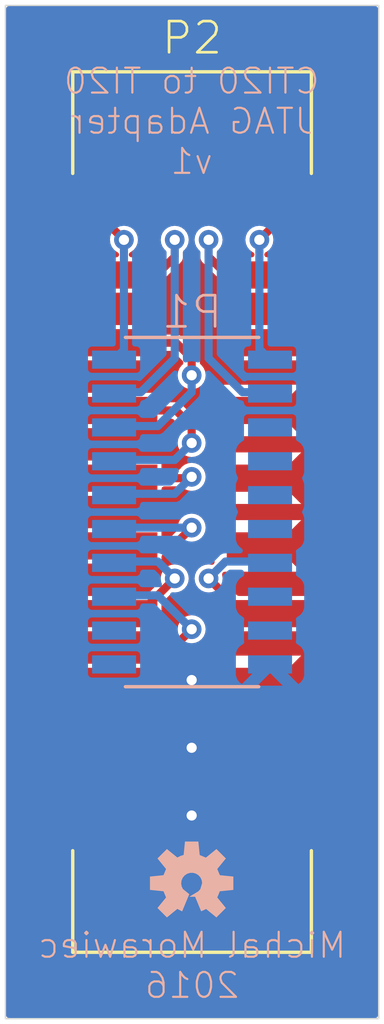
<source format=kicad_pcb>
(kicad_pcb (version 20221018) (generator pcbnew)
  (layers (0 "F.Cu" signal) (31 "B.Cu" signal) (34 "B.Paste" user) (35 "F.Paste" user) (36 "B.SilkS" user "B.Silkscreen") (37 "F.SilkS" user "F.Silkscreen") (38 "B.Mask" user) (39 "F.Mask" user) (44 "Edge.Cuts" user))
  (net 0 "")
  (net 1 "TMS")
  (net 2 "TDI")
  (net 3 "VDD")
  (net 4 "TDO")
  (net 5 "RTCK")
  (net 6 "TCK")
  (net 7 "EMU0")
  (net 8 "SRST_N")
  (net 9 "TRST_N")
  (net 10 "DIS")
  (net 11 "GND")
  (net 12 "EMU1")
  (footprint "BBB_JTAG_CTI20_SMT_TI20_SMT:T821M120A1S100CEU-B" (layer "F.Cu") (at 148.5011 105.0036 -90)
    (fp_text reference "P2" (at -17.78 0) (layer "F.SilkS") (effects (font (size 1.1684 1.1684) (thickness 0.1016))))
    (fp_text value "TI20 JTAG")
    (fp_line (start -16.51 -4.475) (end -12.7 -4.475) (stroke (width 0.127)) (layer "F.SilkS"))
    (fp_line (start -16.51 4.475) (end -16.51 -4.475) (stroke (width 0.127)) (layer "F.SilkS"))
    (fp_line (start -12.7 4.475) (end -16.51 4.475) (stroke (width 0.127)) (layer "F.SilkS"))
    (fp_line (start 12.7 -4.475) (end 16.51 -4.475) (stroke (width 0.127)) (layer "F.SilkS"))
    (fp_line (start 16.51 -4.475) (end 16.51 4.475) (stroke (width 0.127)) (layer "F.SilkS"))
    (fp_line (start 16.51 4.475) (end 12.7 4.475) (stroke (width 0.127)) (layer "F.SilkS"))
    (pad "1" smd rect (at -11.43 3.45 270) (size 1.02 4.3) (layers "F.Cu" "F.Paste" "F.Mask") (net 1 "TMS"))
    (pad "2" smd rect (at -11.43 -3.45 270) (size 1.02 4.3) (layers "F.Cu" "F.Paste" "F.Mask") (net 9 "TRST_N"))
    (pad "3" smd rect (at -8.89 3.45 270) (size 1.02 4.3) (layers "F.Cu" "F.Paste" "F.Mask") (net 2 "TDI"))
    (pad "4" smd rect (at -8.89 -3.45 270) (size 1.02 4.3) (layers "F.Cu" "F.Paste" "F.Mask") (net 10 "DIS"))
    (pad "5" smd rect (at -6.35 3.45 270) (size 1.02 4.3) (layers "F.Cu" "F.Paste" "F.Mask") (net 3 "VDD"))
    (pad "6" smd rect (at -6.35 -3.45 270) (size 1.02 4.3) (layers "F.Cu" "F.Paste" "F.Mask"))
    (pad "7" smd rect (at -3.81 3.45 270) (size 1.02 4.3) (layers "F.Cu" "F.Paste" "F.Mask") (net 4 "TDO"))
    (pad "8" smd rect (at -3.81 -3.45 270) (size 1.02 4.3) (layers "F.Cu" "F.Paste" "F.Mask") (net 11 "GND"))
    (pad "9" smd rect (at -1.27 3.45 270) (size 1.02 4.3) (layers "F.Cu" "F.Paste" "F.Mask") (net 5 "RTCK"))
    (pad "10" smd rect (at -1.27 -3.45 270) (size 1.02 4.3) (layers "F.Cu" "F.Paste" "F.Mask") (net 11 "GND"))
    (pad "11" smd rect (at 1.27 3.45 270) (size 1.02 4.3) (layers "F.Cu" "F.Paste" "F.Mask") (net 6 "TCK"))
    (pad "12" smd rect (at 1.27 -3.45 270) (size 1.02 4.3) (layers "F.Cu" "F.Paste" "F.Mask") (net 11 "GND"))
    (pad "13" smd rect (at 3.81 3.45 270) (size 1.02 4.3) (layers "F.Cu" "F.Paste" "F.Mask") (net 7 "EMU0"))
    (pad "14" smd rect (at 3.81 -3.45 270) (size 1.02 4.3) (layers "F.Cu" "F.Paste" "F.Mask") (net 12 "EMU1"))
    (pad "15" smd rect (at 6.35 3.45 270) (size 1.02 4.3) (layers "F.Cu" "F.Paste" "F.Mask") (net 8 "SRST_N"))
    (pad "16" smd rect (at 6.35 -3.45 270) (size 1.02 4.3) (layers "F.Cu" "F.Paste" "F.Mask") (net 11 "GND"))
    (pad "17" smd rect (at 8.89 3.45 270) (size 1.02 4.3) (layers "F.Cu" "F.Paste" "F.Mask"))
    (pad "18" smd rect (at 8.89 -3.45 270) (size 1.02 4.3) (layers "F.Cu" "F.Paste" "F.Mask"))
    (pad "19" smd rect (at 11.43 3.45 270) (size 1.02 4.3) (layers "F.Cu" "F.Paste" "F.Mask"))
    (pad "20" smd rect (at 11.43 -3.45 270) (size 1.02 4.3) (layers "F.Cu" "F.Paste" "F.Mask") (net 11 "GND"))
  )
  (footprint "BBB_JTAG_CTI20_SMT_TI20_SMT:OSHW-LOGO-S" (layer "B.Cu") (at 148.4861 118.9236 180)
    (fp_text reference "LOGO1" hide)
    (fp_text value "OSHW-LOGOS" hide)
    (fp_poly (pts (xy 0.301646 1.06135) (xy 0.42347 1.022344) (xy 0.537176 0.963768) (xy 0.92862 1.282946) (xy 1.282946 0.92862) (xy 0.961034 0.533823) (xy 1.057045 0.302084) (xy 1.5638 0.250561) (xy 1.5638 -0.250561) (xy 1.057045 -0.302084) (xy 0.961034 -0.533823) (xy 1.282946 -0.92862) (xy 0.92862 -1.282946) (xy 0.537177 -0.963769) (xy 0.356601 -1.056794) (xy 0.088679 -0.410073) (xy 0.326262 -0.217599) (xy 0.373649 -0.121467) (xy 0.392728 -0.010339) (xy 0.379464 0.101633) (xy 0.334947 0.205228) (xy 0.262841 0.291917) (xy 0.169087 0.35456) (xy 0.061406 0.387998) (xy -0.051341 0.38948) (xy -0.159867 0.358881) (xy -0.255233 0.298724) (xy -0.329589 0.213961) (xy -0.376813 0.111569) (xy -0.392175 0.005766) (xy -0.322922 -0.222564) (xy -0.249312 -0.303772) (xy 0.091677 -0.5081) (xy -0.12929 -0.5081) (xy -0.355332 -1.053732) (xy -0.506597 -0.983577) (xy -0.538921 -0.965192) (xy -0.92862 -1.282946) (xy -1.282946 -0.92862) (xy -0.961034 -0.533823) (xy -1.057045 -0.302084) (xy -1.5638 -0.250561) (xy -1.5638 0.250561) (xy -1.057045 0.302084) (xy -0.961034 0.533823) (xy -1.282946 0.92862) (xy -0.92862 1.282946) (xy -0.533823 0.961034) (xy -0.302084 1.057045) (xy -0.250561 1.5638) (xy 0.250561 1.5638)) (fill solid) (layer "B.SilkS"))
  )
  (footprint "BBB_JTAG_CTI20_SMT_TI20_SMT:M52-5151045" (layer "B.Cu") (at 148.5011 105.0036 -90)
    (fp_text reference "P1" (at -7.5 0) (layer "B.SilkS") (effects (font (size 1.1684 1.1684) (thickness 0.1016)) (justify mirror)))
    (fp_text value "CTI20 JTAG")
    (fp_line (start -6.55 -2.5) (end -6.55 2.5) (stroke (width 0.127)) (layer "B.SilkS"))
    (fp_line (start 6.55 2.5) (end 6.55 -2.5) (stroke (width 0.127)) (layer "B.SilkS"))
    (pad "1" smd rect (at -5.715 2.925 270) (size 0.68 1.65) (layers "B.Cu" "B.Paste" "B.Mask") (net 1 "TMS"))
    (pad "2" smd rect (at -5.715 -2.925 270) (size 0.68 1.65) (layers "B.Cu" "B.Paste" "B.Mask") (net 9 "TRST_N"))
    (pad "3" smd rect (at -4.445 2.925 270) (size 0.68 1.65) (layers "B.Cu" "B.Paste" "B.Mask") (net 2 "TDI"))
    (pad "4" smd rect (at -4.445 -2.925 270) (size 0.68 1.65) (layers "B.Cu" "B.Paste" "B.Mask") (net 10 "DIS"))
    (pad "5" smd rect (at -3.175 2.925 270) (size 0.68 1.65) (layers "B.Cu" "B.Paste" "B.Mask") (net 3 "VDD"))
    (pad "6" smd rect (at -3.175 -2.925 270) (size 0.68 1.65) (layers "B.Cu" "B.Paste" "B.Mask"))
    (pad "7" smd rect (at -1.905 2.925 270) (size 0.68 1.65) (layers "B.Cu" "B.Paste" "B.Mask") (net 4 "TDO"))
    (pad "8" smd rect (at -1.905 -2.925 270) (size 0.68 1.65) (layers "B.Cu" "B.Paste" "B.Mask") (net 11 "GND"))
    (pad "9" smd rect (at -0.635 2.925 270) (size 0.68 1.65) (layers "B.Cu" "B.Paste" "B.Mask") (net 5 "RTCK"))
    (pad "10" smd rect (at -0.635 -2.925 270) (size 0.68 1.65) (layers "B.Cu" "B.Paste" "B.Mask") (net 11 "GND"))
    (pad "11" smd rect (at 0.635 2.925 270) (size 0.68 1.65) (layers "B.Cu" "B.Paste" "B.Mask") (net 6 "TCK"))
    (pad "12" smd rect (at 0.635 -2.925 270) (size 0.68 1.65) (layers "B.Cu" "B.Paste" "B.Mask") (net 11 "GND"))
    (pad "13" smd rect (at 1.905 2.925 270) (size 0.68 1.65) (layers "B.Cu" "B.Paste" "B.Mask") (net 7 "EMU0"))
    (pad "14" smd rect (at 1.905 -2.925 270) (size 0.68 1.65) (layers "B.Cu" "B.Paste" "B.Mask") (net 12 "EMU1"))
    (pad "15" smd rect (at 3.175 2.925 270) (size 0.68 1.65) (layers "B.Cu" "B.Paste" "B.Mask") (net 8 "SRST_N"))
    (pad "16" smd rect (at 3.175 -2.925 270) (size 0.68 1.65) (layers "B.Cu" "B.Paste" "B.Mask") (net 11 "GND"))
    (pad "17" smd rect (at 4.445 2.925 270) (size 0.68 1.65) (layers "B.Cu" "B.Paste" "B.Mask"))
    (pad "18" smd rect (at 4.445 -2.925 270) (size 0.68 1.65) (layers "B.Cu" "B.Paste" "B.Mask"))
    (pad "19" smd rect (at 5.715 2.925 270) (size 0.68 1.65) (layers "B.Cu" "B.Paste" "B.Mask"))
    (pad "20" smd rect (at 5.715 -2.925 270) (size 0.68 1.65) (layers "B.Cu" "B.Paste" "B.Mask") (net 11 "GND"))
  )
  (gr_line (start 141.5011 86.0036) (end 141.5011 124.0036) (stroke (width 0.05)) (layer "Edge.Cuts"))
  (gr_line (start 141.5011 124.0036) (end 155.5011 124.0036) (stroke (width 0.05)) (layer "Edge.Cuts"))
  (gr_line (start 155.5011 124.0036) (end 155.5011 86.0036) (stroke (width 0.05)) (layer "Edge.Cuts"))
  (gr_line (start 155.5011 86.0036) (end 141.5011 86.0036) (stroke (width 0.05)) (layer "Edge.Cuts"))
  (gr_text "Michal Morawiec\n2016" (at 148.5011 122.0036) (layer "B.SilkS") (effects (font (size 0.93472 0.93472) (thickness 0.08128)) (justify mirror)))
  (gr_text "CTI20 to TI20\nJTAG Adapter\nv1" (at 148.4861 90.3486) (layer "B.SilkS") (effects (font (size 0.93472 0.93472) (thickness 0.08128)) (justify mirror)))
  (segment (start 145.0511 93.8986) (end 145.9461 94.7936) (width 0.3048) (layer "F.Cu") (net 1))
  (segment (start 145.0511 93.5736) (end 145.0511 93.8986) (width 0.3048) (layer "F.Cu") (net 1))
  (via (at 145.9461 94.7936) (size 0.7366) (drill 0.381) (layers "F.Cu" "B.Cu") (net 1))
  (via (at 145.9461 94.7936) (size 0.7366) (drill 0.381) (layers "F.Cu" "B.Cu") (net 1))
  (segment (start 145.9461 98.9186) (end 145.5761 99.2886) (width 0.3048) (layer "B.Cu") (net 1))
  (segment (start 145.9461 94.7936) (end 145.9461 98.9186) (width 0.3048) (layer "B.Cu") (net 1))
  (segment (start 145.0511 96.1136) (end 147.1661 96.1136) (width 0.3048) (layer "F.Cu") (net 2))
  (segment (start 147.1661 96.1136) (end 147.8511 95.4286) (width 0.3048) (layer "F.Cu") (net 2))
  (segment (start 147.8511 95.4286) (end 147.8511 94.7936) (width 0.3048) (layer "F.Cu") (net 2))
  (via (at 147.8511 94.7936) (size 0.7366) (drill 0.381) (layers "F.Cu" "B.Cu") (net 2))
  (via (at 147.8511 94.7936) (size 0.7366) (drill 0.381) (layers "F.Cu" "B.Cu") (net 2))
  (segment (start 147.8511 94.7936) (end 147.8511 99.2386) (width 0.3048) (layer "B.Cu") (net 2))
  (segment (start 145.6261 100.5086) (end 145.5761 100.5586) (width 0.3048) (layer "B.Cu") (net 2))
  (segment (start 146.5811 100.5086) (end 145.6261 100.5086) (width 0.3048) (layer "B.Cu") (net 2))
  (segment (start 147.8511 99.2386) (end 146.5811 100.5086) (width 0.3048) (layer "B.Cu") (net 2))
  (segment (start 147.9011 98.6536) (end 148.4861 99.2386) (width 0.3048) (layer "F.Cu") (net 3))
  (segment (start 145.0511 98.6536) (end 147.9011 98.6536) (width 0.3048) (layer "F.Cu") (net 3))
  (segment (start 148.4861 99.2386) (end 148.4861 99.8736) (width 0.3048) (layer "F.Cu") (net 3))
  (via (at 148.4861 99.8736) (size 0.7366) (drill 0.381) (layers "F.Cu" "B.Cu") (net 3))
  (via (at 148.4861 99.8736) (size 0.7366) (drill 0.381) (layers "F.Cu" "B.Cu") (net 3))
  (segment (start 148.4861 100.5086) (end 147.2161 101.7786) (width 0.3048) (layer "B.Cu") (net 3))
  (segment (start 147.2161 101.7786) (end 145.6261 101.7786) (width 0.3048) (layer "B.Cu") (net 3))
  (segment (start 145.6261 101.7786) (end 145.5761 101.8286) (width 0.3048) (layer "B.Cu") (net 3))
  (segment (start 148.4861 99.8736) (end 148.4861 100.5086) (width 0.3048) (layer "B.Cu") (net 3))
  (segment (start 147.9011 101.1936) (end 148.4861 101.7786) (width 0.3048) (layer "F.Cu") (net 4))
  (segment (start 148.4861 101.7786) (end 148.4861 102.4136) (width 0.3048) (layer "F.Cu") (net 4))
  (segment (start 145.0511 101.1936) (end 147.9011 101.1936) (width 0.3048) (layer "F.Cu") (net 4))
  (via (at 148.4861 102.4136) (size 0.7366) (drill 0.381) (layers "F.Cu" "B.Cu") (net 4))
  (via (at 148.4861 102.4136) (size 0.7366) (drill 0.381) (layers "F.Cu" "B.Cu") (net 4))
  (segment (start 145.6261 103.0486) (end 145.5761 103.0986) (width 0.3048) (layer "B.Cu") (net 4))
  (segment (start 148.4861 102.4136) (end 147.8511 103.0486) (width 0.3048) (layer "B.Cu") (net 4))
  (segment (start 147.8511 103.0486) (end 145.6261 103.0486) (width 0.3048) (layer "B.Cu") (net 4))
  (segment (start 148.4361 103.7336) (end 148.4861 103.6836) (width 0.3048) (layer "F.Cu") (net 5))
  (segment (start 145.0511 103.7336) (end 148.4361 103.7336) (width 0.3048) (layer "F.Cu") (net 5))
  (via (at 148.4861 103.6836) (size 0.7366) (drill 0.381) (layers "F.Cu" "B.Cu") (net 5))
  (via (at 148.4861 103.6836) (size 0.7366) (drill 0.381) (layers "F.Cu" "B.Cu") (net 5))
  (segment (start 148.4861 103.6836) (end 147.8511 104.3186) (width 0.3048) (layer "B.Cu") (net 5))
  (segment (start 147.8511 104.3186) (end 145.6261 104.3186) (width 0.3048) (layer "B.Cu") (net 5))
  (segment (start 145.6261 104.3186) (end 145.5761 104.3686) (width 0.3048) (layer "B.Cu") (net 5))
  (segment (start 147.8011 106.2736) (end 148.4861 105.5886) (width 0.3048) (layer "F.Cu") (net 6))
  (segment (start 145.0511 106.2736) (end 147.8011 106.2736) (width 0.3048) (layer "F.Cu") (net 6))
  (via (at 148.4861 105.5886) (size 0.7366) (drill 0.381) (layers "F.Cu" "B.Cu") (net 6))
  (via (at 148.4861 105.5886) (size 0.7366) (drill 0.381) (layers "F.Cu" "B.Cu") (net 6))
  (segment (start 145.6261 105.5886) (end 145.5761 105.6386) (width 0.3048) (layer "B.Cu") (net 6))
  (segment (start 148.4861 105.5886) (end 145.6261 105.5886) (width 0.3048) (layer "B.Cu") (net 6))
  (segment (start 146.5311 108.8136) (end 147.8511 107.4936) (width 0.3048) (layer "F.Cu") (net 7))
  (segment (start 145.0511 108.8136) (end 146.5311 108.8136) (width 0.3048) (layer "F.Cu") (net 7))
  (via (at 147.8511 107.4936) (size 0.7366) (drill 0.381) (layers "F.Cu" "B.Cu") (net 7))
  (via (at 147.8511 107.4936) (size 0.7366) (drill 0.381) (layers "F.Cu" "B.Cu") (net 7))
  (segment (start 147.8511 107.4936) (end 147.2161 106.8586) (width 0.3048) (layer "B.Cu") (net 7))
  (segment (start 145.6261 106.8586) (end 145.5761 106.9086) (width 0.3048) (layer "B.Cu") (net 7))
  (segment (start 147.2161 106.8586) (end 145.6261 106.8586) (width 0.3048) (layer "B.Cu") (net 7))
  (segment (start 146.5311 111.3536) (end 148.4861 109.3986) (width 0.3048) (layer "F.Cu") (net 8))
  (segment (start 145.0511 111.3536) (end 146.5311 111.3536) (width 0.3048) (layer "F.Cu") (net 8))
  (via (at 148.4861 109.3986) (size 0.7366) (drill 0.381) (layers "F.Cu" "B.Cu") (net 8))
  (via (at 148.4861 109.3986) (size 0.7366) (drill 0.381) (layers "F.Cu" "B.Cu") (net 8))
  (segment (start 147.2161 108.1286) (end 145.6261 108.1286) (width 0.3048) (layer "B.Cu") (net 8))
  (segment (start 145.6261 108.1286) (end 145.5761 108.1786) (width 0.3048) (layer "B.Cu") (net 8))
  (segment (start 148.4861 109.3986) (end 147.2161 108.1286) (width 0.3048) (layer "B.Cu") (net 8))
  (segment (start 151.9511 93.8686) (end 151.0261 94.7936) (width 0.3048) (layer "F.Cu") (net 9))
  (segment (start 151.9511 93.5736) (end 151.9511 93.8686) (width 0.3048) (layer "F.Cu") (net 9))
  (via (at 151.0261 94.7936) (size 0.7366) (drill 0.381) (layers "F.Cu" "B.Cu") (net 9))
  (via (at 151.0261 94.7936) (size 0.7366) (drill 0.381) (layers "F.Cu" "B.Cu") (net 9))
  (segment (start 151.0261 98.8886) (end 151.4261 99.2886) (width 0.3048) (layer "B.Cu") (net 9))
  (segment (start 151.0261 94.7936) (end 151.0261 98.8886) (width 0.3048) (layer "B.Cu") (net 9))
  (segment (start 151.9511 96.1136) (end 149.8061 96.1136) (width 0.3048) (layer "F.Cu") (net 10))
  (segment (start 149.1211 95.4286) (end 149.1211 94.7936) (width 0.3048) (layer "F.Cu") (net 10))
  (segment (start 149.8061 96.1136) (end 149.1211 95.4286) (width 0.3048) (layer "F.Cu") (net 10))
  (via (at 149.1211 94.7936) (size 0.7366) (drill 0.381) (layers "F.Cu" "B.Cu") (net 10))
  (via (at 149.1211 94.7936) (size 0.7366) (drill 0.381) (layers "F.Cu" "B.Cu") (net 10))
  (segment (start 149.1211 94.7936) (end 149.1211 99.2386) (width 0.3048) (layer "B.Cu") (net 10))
  (segment (start 150.3911 100.5086) (end 151.3761 100.5086) (width 0.3048) (layer "B.Cu") (net 10))
  (segment (start 149.1211 99.2386) (end 150.3911 100.5086) (width 0.3048) (layer "B.Cu") (net 10))
  (segment (start 151.3761 100.5086) (end 151.4261 100.5586) (width 0.3048) (layer "B.Cu") (net 10))
  (via (at 148.4861 111.3036) (size 0.7366) (drill 0.381) (layers "F.Cu" "B.Cu") (net 11))
  (via (at 148.4861 116.3836) (size 0.7366) (drill 0.381) (layers "F.Cu" "B.Cu") (net 11))
  (via (at 148.4861 113.8436) (size 0.7366) (drill 0.381) (layers "F.Cu" "B.Cu") (net 11))
  (segment (start 151.9511 108.8136) (end 150.4411 108.8136) (width 0.3048) (layer "F.Cu") (net 12))
  (segment (start 150.4411 108.8136) (end 149.1211 107.4936) (width 0.3048) (layer "F.Cu") (net 12))
  (via (at 149.1211 107.4936) (size 0.7366) (drill 0.381) (layers "F.Cu" "B.Cu") (net 12))
  (via (at 149.1211 107.4936) (size 0.7366) (drill 0.381) (layers "F.Cu" "B.Cu") (net 12))
  (segment (start 149.7561 106.8586) (end 151.3761 106.8586) (width 0.3048) (layer "B.Cu") (net 12))
  (segment (start 151.3761 106.8586) (end 151.4261 106.9086) (width 0.3048) (layer "B.Cu") (net 12))
  (segment (start 149.1211 107.4936) (end 149.7561 106.8586) (width 0.3048) (layer "B.Cu") (net 12))
  (zone (net 11) (net_name "GND") (layer "F.Cu") (priority 6) (connect_pads (clearance 0.000001)) (min_thickness 0.2032) (fill yes (thermal_gap 0.4564) (thermal_bridge_width 0.4564))
    (polygon (pts (xy 155.7043 124.2068) (xy 141.2979 124.2068) (xy 141.2979 85.8004) (xy 155.7043 85.8004)))
  )
  (zone (net 11) (net_name "GND") (layer "B.Cu") (priority 6) (connect_pads (clearance 0.000001)) (min_thickness 0.2032) (fill yes (thermal_gap 0.4564) (thermal_bridge_width 0.4564))
    (polygon (pts (xy 155.7043 124.2068) (xy 141.2979 124.2068) (xy 141.2979 85.8004) (xy 155.7043 85.8004)))
  )
)
</source>
